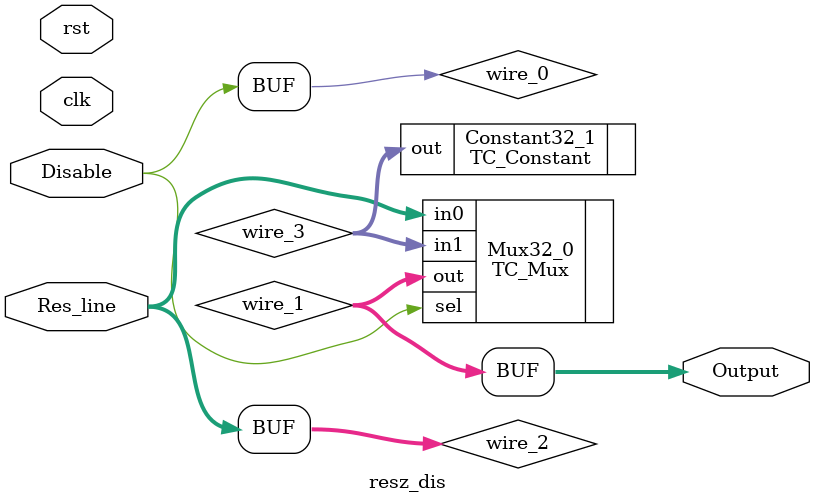
<source format=v>
module resz_dis (clk, rst, Res_line, Disable, Output);
  parameter UUID = 0;
  parameter NAME = "";
  input wire clk;
  input wire rst;

  input  wire [31:0] Res_line;
  input  wire [0:0] Disable;
  output  wire [31:0] Output;

  TC_Mux # (.UUID(64'd1596469395249738291 ^ UUID), .BIT_WIDTH(64'd32)) Mux32_0 (.sel(wire_0), .in0(wire_2), .in1(wire_3), .out(wire_1));
  TC_Constant # (.UUID(64'd2623704728755749742 ^ UUID), .BIT_WIDTH(64'd32), .value(32'h10)) Constant32_1 (.out(wire_3));

  wire [0:0] wire_0;
  assign wire_0 = Disable;
  wire [31:0] wire_1;
  assign Output = wire_1;
  wire [31:0] wire_2;
  assign wire_2 = Res_line;
  wire [31:0] wire_3;

endmodule

</source>
